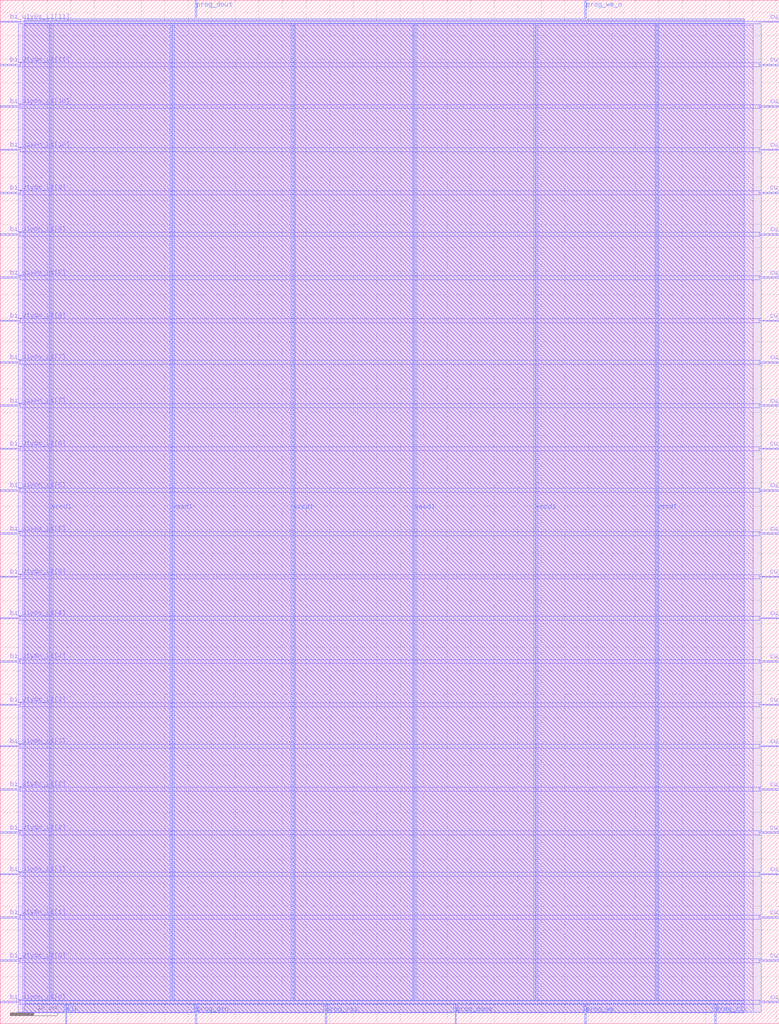
<source format=lef>
VERSION 5.7 ;
  NOWIREEXTENSIONATPIN ON ;
  DIVIDERCHAR "/" ;
  BUSBITCHARS "[]" ;
MACRO tile_clb
  CLASS BLOCK ;
  FOREIGN tile_clb ;
  ORIGIN 0.000 0.000 ;
  SIZE 165.600 BY 217.600 ;
  PIN bi_u1y0n_L1[0]
    DIRECTION INPUT ;
    USE SIGNAL ;
    PORT
      LAYER met1 ;
        RECT 0.000 4.450 4.000 4.730 ;
    END
  END bi_u1y0n_L1[0]
  PIN bi_u1y0n_L1[10]
    DIRECTION INPUT ;
    USE SIGNAL ;
    PORT
      LAYER met1 ;
        RECT 0.000 185.670 4.000 185.950 ;
    END
  END bi_u1y0n_L1[10]
  PIN bi_u1y0n_L1[11]
    DIRECTION INPUT ;
    USE SIGNAL ;
    PORT
      LAYER met1 ;
        RECT 0.000 203.690 4.000 203.970 ;
    END
  END bi_u1y0n_L1[11]
  PIN bi_u1y0n_L1[1]
    DIRECTION INPUT ;
    USE SIGNAL ;
    PORT
      LAYER met1 ;
        RECT 0.000 22.470 4.000 22.750 ;
    END
  END bi_u1y0n_L1[1]
  PIN bi_u1y0n_L1[2]
    DIRECTION INPUT ;
    USE SIGNAL ;
    PORT
      LAYER met1 ;
        RECT 0.000 40.490 4.000 40.770 ;
    END
  END bi_u1y0n_L1[2]
  PIN bi_u1y0n_L1[3]
    DIRECTION INPUT ;
    USE SIGNAL ;
    PORT
      LAYER met1 ;
        RECT 0.000 58.850 4.000 59.130 ;
    END
  END bi_u1y0n_L1[3]
  PIN bi_u1y0n_L1[4]
    DIRECTION INPUT ;
    USE SIGNAL ;
    PORT
      LAYER met1 ;
        RECT 0.000 76.870 4.000 77.150 ;
    END
  END bi_u1y0n_L1[4]
  PIN bi_u1y0n_L1[5]
    DIRECTION INPUT ;
    USE SIGNAL ;
    PORT
      LAYER met1 ;
        RECT 0.000 94.890 4.000 95.170 ;
    END
  END bi_u1y0n_L1[5]
  PIN bi_u1y0n_L1[6]
    DIRECTION INPUT ;
    USE SIGNAL ;
    PORT
      LAYER met1 ;
        RECT 0.000 113.250 4.000 113.530 ;
    END
  END bi_u1y0n_L1[6]
  PIN bi_u1y0n_L1[7]
    DIRECTION INPUT ;
    USE SIGNAL ;
    PORT
      LAYER met1 ;
        RECT 0.000 131.270 4.000 131.550 ;
    END
  END bi_u1y0n_L1[7]
  PIN bi_u1y0n_L1[8]
    DIRECTION INPUT ;
    USE SIGNAL ;
    PORT
      LAYER met1 ;
        RECT 0.000 149.290 4.000 149.570 ;
    END
  END bi_u1y0n_L1[8]
  PIN bi_u1y0n_L1[9]
    DIRECTION INPUT ;
    USE SIGNAL ;
    PORT
      LAYER met1 ;
        RECT 0.000 167.650 4.000 167.930 ;
    END
  END bi_u1y0n_L1[9]
  PIN bi_u1y0s_L1[0]
    DIRECTION INPUT ;
    USE SIGNAL ;
    PORT
      LAYER met1 ;
        RECT 0.000 13.290 4.000 13.570 ;
    END
  END bi_u1y0s_L1[0]
  PIN bi_u1y0s_L1[10]
    DIRECTION INPUT ;
    USE SIGNAL ;
    PORT
      LAYER met1 ;
        RECT 0.000 194.850 4.000 195.130 ;
    END
  END bi_u1y0s_L1[10]
  PIN bi_u1y0s_L1[11]
    DIRECTION INPUT ;
    USE SIGNAL ;
    PORT
      LAYER met1 ;
        RECT 0.000 212.870 4.000 213.150 ;
    END
  END bi_u1y0s_L1[11]
  PIN bi_u1y0s_L1[1]
    DIRECTION INPUT ;
    USE SIGNAL ;
    PORT
      LAYER met1 ;
        RECT 0.000 31.650 4.000 31.930 ;
    END
  END bi_u1y0s_L1[1]
  PIN bi_u1y0s_L1[2]
    DIRECTION INPUT ;
    USE SIGNAL ;
    PORT
      LAYER met1 ;
        RECT 0.000 49.670 4.000 49.950 ;
    END
  END bi_u1y0s_L1[2]
  PIN bi_u1y0s_L1[3]
    DIRECTION INPUT ;
    USE SIGNAL ;
    PORT
      LAYER met1 ;
        RECT 0.000 67.690 4.000 67.970 ;
    END
  END bi_u1y0s_L1[3]
  PIN bi_u1y0s_L1[4]
    DIRECTION INPUT ;
    USE SIGNAL ;
    PORT
      LAYER met1 ;
        RECT 0.000 86.050 4.000 86.330 ;
    END
  END bi_u1y0s_L1[4]
  PIN bi_u1y0s_L1[5]
    DIRECTION INPUT ;
    USE SIGNAL ;
    PORT
      LAYER met1 ;
        RECT 0.000 104.070 4.000 104.350 ;
    END
  END bi_u1y0s_L1[5]
  PIN bi_u1y0s_L1[6]
    DIRECTION INPUT ;
    USE SIGNAL ;
    PORT
      LAYER met1 ;
        RECT 0.000 122.090 4.000 122.370 ;
    END
  END bi_u1y0s_L1[6]
  PIN bi_u1y0s_L1[7]
    DIRECTION INPUT ;
    USE SIGNAL ;
    PORT
      LAYER met1 ;
        RECT 0.000 140.450 4.000 140.730 ;
    END
  END bi_u1y0s_L1[7]
  PIN bi_u1y0s_L1[8]
    DIRECTION INPUT ;
    USE SIGNAL ;
    PORT
      LAYER met1 ;
        RECT 0.000 158.470 4.000 158.750 ;
    END
  END bi_u1y0s_L1[8]
  PIN bi_u1y0s_L1[9]
    DIRECTION INPUT ;
    USE SIGNAL ;
    PORT
      LAYER met1 ;
        RECT 0.000 176.490 4.000 176.770 ;
    END
  END bi_u1y0s_L1[9]
  PIN clk
    DIRECTION INPUT ;
    USE SIGNAL ;
    PORT
      LAYER met2 ;
        RECT 13.890 0.000 14.170 4.000 ;
    END
  END clk
  PIN cu_x0y0n_L1[0]
    DIRECTION OUTPUT TRISTATE ;
    USE SIGNAL ;
    PORT
      LAYER met1 ;
        RECT 161.600 4.450 165.600 4.730 ;
    END
  END cu_x0y0n_L1[0]
  PIN cu_x0y0n_L1[10]
    DIRECTION OUTPUT TRISTATE ;
    USE SIGNAL ;
    PORT
      LAYER met1 ;
        RECT 161.600 185.670 165.600 185.950 ;
    END
  END cu_x0y0n_L1[10]
  PIN cu_x0y0n_L1[11]
    DIRECTION OUTPUT TRISTATE ;
    USE SIGNAL ;
    PORT
      LAYER met1 ;
        RECT 161.600 203.690 165.600 203.970 ;
    END
  END cu_x0y0n_L1[11]
  PIN cu_x0y0n_L1[1]
    DIRECTION OUTPUT TRISTATE ;
    USE SIGNAL ;
    PORT
      LAYER met1 ;
        RECT 161.600 22.470 165.600 22.750 ;
    END
  END cu_x0y0n_L1[1]
  PIN cu_x0y0n_L1[2]
    DIRECTION OUTPUT TRISTATE ;
    USE SIGNAL ;
    PORT
      LAYER met1 ;
        RECT 161.600 40.490 165.600 40.770 ;
    END
  END cu_x0y0n_L1[2]
  PIN cu_x0y0n_L1[3]
    DIRECTION OUTPUT TRISTATE ;
    USE SIGNAL ;
    PORT
      LAYER met1 ;
        RECT 161.600 58.850 165.600 59.130 ;
    END
  END cu_x0y0n_L1[3]
  PIN cu_x0y0n_L1[4]
    DIRECTION OUTPUT TRISTATE ;
    USE SIGNAL ;
    PORT
      LAYER met1 ;
        RECT 161.600 76.870 165.600 77.150 ;
    END
  END cu_x0y0n_L1[4]
  PIN cu_x0y0n_L1[5]
    DIRECTION OUTPUT TRISTATE ;
    USE SIGNAL ;
    PORT
      LAYER met1 ;
        RECT 161.600 94.890 165.600 95.170 ;
    END
  END cu_x0y0n_L1[5]
  PIN cu_x0y0n_L1[6]
    DIRECTION OUTPUT TRISTATE ;
    USE SIGNAL ;
    PORT
      LAYER met1 ;
        RECT 161.600 113.250 165.600 113.530 ;
    END
  END cu_x0y0n_L1[6]
  PIN cu_x0y0n_L1[7]
    DIRECTION OUTPUT TRISTATE ;
    USE SIGNAL ;
    PORT
      LAYER met1 ;
        RECT 161.600 131.270 165.600 131.550 ;
    END
  END cu_x0y0n_L1[7]
  PIN cu_x0y0n_L1[8]
    DIRECTION OUTPUT TRISTATE ;
    USE SIGNAL ;
    PORT
      LAYER met1 ;
        RECT 161.600 149.290 165.600 149.570 ;
    END
  END cu_x0y0n_L1[8]
  PIN cu_x0y0n_L1[9]
    DIRECTION OUTPUT TRISTATE ;
    USE SIGNAL ;
    PORT
      LAYER met1 ;
        RECT 161.600 167.650 165.600 167.930 ;
    END
  END cu_x0y0n_L1[9]
  PIN cu_x0y0s_L1[0]
    DIRECTION OUTPUT TRISTATE ;
    USE SIGNAL ;
    PORT
      LAYER met1 ;
        RECT 161.600 13.290 165.600 13.570 ;
    END
  END cu_x0y0s_L1[0]
  PIN cu_x0y0s_L1[10]
    DIRECTION OUTPUT TRISTATE ;
    USE SIGNAL ;
    PORT
      LAYER met1 ;
        RECT 161.600 194.850 165.600 195.130 ;
    END
  END cu_x0y0s_L1[10]
  PIN cu_x0y0s_L1[11]
    DIRECTION OUTPUT TRISTATE ;
    USE SIGNAL ;
    PORT
      LAYER met1 ;
        RECT 161.600 212.870 165.600 213.150 ;
    END
  END cu_x0y0s_L1[11]
  PIN cu_x0y0s_L1[1]
    DIRECTION OUTPUT TRISTATE ;
    USE SIGNAL ;
    PORT
      LAYER met1 ;
        RECT 161.600 31.650 165.600 31.930 ;
    END
  END cu_x0y0s_L1[1]
  PIN cu_x0y0s_L1[2]
    DIRECTION OUTPUT TRISTATE ;
    USE SIGNAL ;
    PORT
      LAYER met1 ;
        RECT 161.600 49.670 165.600 49.950 ;
    END
  END cu_x0y0s_L1[2]
  PIN cu_x0y0s_L1[3]
    DIRECTION OUTPUT TRISTATE ;
    USE SIGNAL ;
    PORT
      LAYER met1 ;
        RECT 161.600 67.690 165.600 67.970 ;
    END
  END cu_x0y0s_L1[3]
  PIN cu_x0y0s_L1[4]
    DIRECTION OUTPUT TRISTATE ;
    USE SIGNAL ;
    PORT
      LAYER met1 ;
        RECT 161.600 86.050 165.600 86.330 ;
    END
  END cu_x0y0s_L1[4]
  PIN cu_x0y0s_L1[5]
    DIRECTION OUTPUT TRISTATE ;
    USE SIGNAL ;
    PORT
      LAYER met1 ;
        RECT 161.600 104.070 165.600 104.350 ;
    END
  END cu_x0y0s_L1[5]
  PIN cu_x0y0s_L1[6]
    DIRECTION OUTPUT TRISTATE ;
    USE SIGNAL ;
    PORT
      LAYER met1 ;
        RECT 161.600 122.090 165.600 122.370 ;
    END
  END cu_x0y0s_L1[6]
  PIN cu_x0y0s_L1[7]
    DIRECTION OUTPUT TRISTATE ;
    USE SIGNAL ;
    PORT
      LAYER met1 ;
        RECT 161.600 140.450 165.600 140.730 ;
    END
  END cu_x0y0s_L1[7]
  PIN cu_x0y0s_L1[8]
    DIRECTION OUTPUT TRISTATE ;
    USE SIGNAL ;
    PORT
      LAYER met1 ;
        RECT 161.600 158.470 165.600 158.750 ;
    END
  END cu_x0y0s_L1[8]
  PIN cu_x0y0s_L1[9]
    DIRECTION OUTPUT TRISTATE ;
    USE SIGNAL ;
    PORT
      LAYER met1 ;
        RECT 161.600 176.490 165.600 176.770 ;
    END
  END cu_x0y0s_L1[9]
  PIN prog_clk
    DIRECTION INPUT ;
    USE SIGNAL ;
    PORT
      LAYER met2 ;
        RECT 151.890 0.000 152.170 4.000 ;
    END
  END prog_clk
  PIN prog_din
    DIRECTION INPUT ;
    USE SIGNAL ;
    PORT
      LAYER met2 ;
        RECT 41.490 0.000 41.770 4.000 ;
    END
  END prog_din
  PIN prog_done
    DIRECTION INPUT ;
    USE SIGNAL ;
    PORT
      LAYER met2 ;
        RECT 96.690 0.000 96.970 4.000 ;
    END
  END prog_done
  PIN prog_dout
    DIRECTION OUTPUT TRISTATE ;
    USE SIGNAL ;
    PORT
      LAYER met2 ;
        RECT 41.490 213.600 41.770 217.600 ;
    END
  END prog_dout
  PIN prog_rst
    DIRECTION INPUT ;
    USE SIGNAL ;
    PORT
      LAYER met2 ;
        RECT 69.090 0.000 69.370 4.000 ;
    END
  END prog_rst
  PIN prog_we
    DIRECTION INPUT ;
    USE SIGNAL ;
    PORT
      LAYER met2 ;
        RECT 124.290 0.000 124.570 4.000 ;
    END
  END prog_we
  PIN prog_we_o
    DIRECTION OUTPUT TRISTATE ;
    USE SIGNAL ;
    PORT
      LAYER met2 ;
        RECT 124.290 213.600 124.570 217.600 ;
    END
  END prog_we_o
  PIN vccd1
    DIRECTION INPUT ;
    USE POWER ;
    PORT
      LAYER met2 ;
        RECT 10.670 5.200 10.950 212.400 ;
    END
    PORT
      LAYER met2 ;
        RECT 62.190 5.200 62.470 212.400 ;
    END
    PORT
      LAYER met2 ;
        RECT 113.710 5.200 113.990 212.400 ;
    END
  END vccd1
  PIN vssd1
    DIRECTION INPUT ;
    USE GROUND ;
    PORT
      LAYER met2 ;
        RECT 36.430 5.200 36.710 212.400 ;
    END
    PORT
      LAYER met2 ;
        RECT 87.950 5.200 88.230 212.400 ;
    END
    PORT
      LAYER met2 ;
        RECT 139.470 5.200 139.750 212.400 ;
    END
  END vssd1
  OBS
      LAYER li1 ;
        RECT 4.745 2.465 160.080 212.245 ;
      LAYER met1 ;
        RECT 4.280 212.590 161.320 213.140 ;
        RECT 3.840 204.250 161.760 212.590 ;
        RECT 4.280 203.410 161.320 204.250 ;
        RECT 3.840 195.410 161.760 203.410 ;
        RECT 4.280 194.570 161.320 195.410 ;
        RECT 3.840 186.230 161.760 194.570 ;
        RECT 4.280 185.390 161.320 186.230 ;
        RECT 3.840 177.050 161.760 185.390 ;
        RECT 4.280 176.210 161.320 177.050 ;
        RECT 3.840 168.210 161.760 176.210 ;
        RECT 4.280 167.370 161.320 168.210 ;
        RECT 3.840 159.030 161.760 167.370 ;
        RECT 4.280 158.190 161.320 159.030 ;
        RECT 3.840 149.850 161.760 158.190 ;
        RECT 4.280 149.010 161.320 149.850 ;
        RECT 3.840 141.010 161.760 149.010 ;
        RECT 4.280 140.170 161.320 141.010 ;
        RECT 3.840 131.830 161.760 140.170 ;
        RECT 4.280 130.990 161.320 131.830 ;
        RECT 3.840 122.650 161.760 130.990 ;
        RECT 4.280 121.810 161.320 122.650 ;
        RECT 3.840 113.810 161.760 121.810 ;
        RECT 4.280 112.970 161.320 113.810 ;
        RECT 3.840 104.630 161.760 112.970 ;
        RECT 4.280 103.790 161.320 104.630 ;
        RECT 3.840 95.450 161.760 103.790 ;
        RECT 4.280 94.610 161.320 95.450 ;
        RECT 3.840 86.610 161.760 94.610 ;
        RECT 4.280 85.770 161.320 86.610 ;
        RECT 3.840 77.430 161.760 85.770 ;
        RECT 4.280 76.590 161.320 77.430 ;
        RECT 3.840 68.250 161.760 76.590 ;
        RECT 4.280 67.410 161.320 68.250 ;
        RECT 3.840 59.410 161.760 67.410 ;
        RECT 4.280 58.570 161.320 59.410 ;
        RECT 3.840 50.230 161.760 58.570 ;
        RECT 4.280 49.390 161.320 50.230 ;
        RECT 3.840 41.050 161.760 49.390 ;
        RECT 4.280 40.210 161.320 41.050 ;
        RECT 3.840 32.210 161.760 40.210 ;
        RECT 4.280 31.370 161.320 32.210 ;
        RECT 3.840 23.030 161.760 31.370 ;
        RECT 4.280 22.190 161.320 23.030 ;
        RECT 3.840 13.850 161.760 22.190 ;
        RECT 4.280 13.010 161.320 13.850 ;
        RECT 3.840 5.010 161.760 13.010 ;
        RECT 4.280 4.170 161.320 5.010 ;
        RECT 3.840 2.420 161.760 4.170 ;
      LAYER met2 ;
        RECT 5.160 213.320 41.210 213.600 ;
        RECT 42.050 213.320 124.010 213.600 ;
        RECT 124.850 213.320 158.140 213.600 ;
        RECT 5.160 212.680 158.140 213.320 ;
        RECT 5.160 4.920 10.390 212.680 ;
        RECT 11.230 4.920 36.150 212.680 ;
        RECT 36.990 4.920 61.910 212.680 ;
        RECT 62.750 4.920 87.670 212.680 ;
        RECT 88.510 4.920 113.430 212.680 ;
        RECT 114.270 4.920 139.190 212.680 ;
        RECT 140.030 4.920 158.140 212.680 ;
        RECT 5.160 4.280 158.140 4.920 ;
        RECT 5.160 2.390 13.610 4.280 ;
        RECT 14.450 2.390 41.210 4.280 ;
        RECT 42.050 2.390 68.810 4.280 ;
        RECT 69.650 2.390 96.410 4.280 ;
        RECT 97.250 2.390 124.010 4.280 ;
        RECT 124.850 2.390 151.610 4.280 ;
        RECT 152.450 2.390 158.140 4.280 ;
  END
END tile_clb
END LIBRARY


</source>
